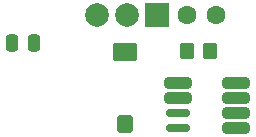
<source format=gbr>
%TF.GenerationSoftware,KiCad,Pcbnew,9.0.5*%
%TF.CreationDate,2026-01-12T11:34:36-06:00*%
%TF.ProjectId,Modulo LIFI,4d6f6475-6c6f-4204-9c49-46492e6b6963,rev?*%
%TF.SameCoordinates,Original*%
%TF.FileFunction,Soldermask,Top*%
%TF.FilePolarity,Negative*%
%FSLAX46Y46*%
G04 Gerber Fmt 4.6, Leading zero omitted, Abs format (unit mm)*
G04 Created by KiCad (PCBNEW 9.0.5) date 2026-01-12 11:34:36*
%MOMM*%
%LPD*%
G01*
G04 APERTURE LIST*
G04 Aperture macros list*
%AMRoundRect*
0 Rectangle with rounded corners*
0 $1 Rounding radius*
0 $2 $3 $4 $5 $6 $7 $8 $9 X,Y pos of 4 corners*
0 Add a 4 corners polygon primitive as box body*
4,1,4,$2,$3,$4,$5,$6,$7,$8,$9,$2,$3,0*
0 Add four circle primitives for the rounded corners*
1,1,$1+$1,$2,$3*
1,1,$1+$1,$4,$5*
1,1,$1+$1,$6,$7*
1,1,$1+$1,$8,$9*
0 Add four rect primitives between the rounded corners*
20,1,$1+$1,$2,$3,$4,$5,0*
20,1,$1+$1,$4,$5,$6,$7,0*
20,1,$1+$1,$6,$7,$8,$9,0*
20,1,$1+$1,$8,$9,$2,$3,0*%
G04 Aperture macros list end*
%ADD10RoundRect,0.187500X0.862500X-0.562500X0.862500X0.562500X-0.862500X0.562500X-0.862500X-0.562500X0*%
%ADD11RoundRect,0.162500X0.487500X-0.587500X0.487500X0.587500X-0.487500X0.587500X-0.487500X-0.587500X0*%
%ADD12RoundRect,0.175000X0.825000X-0.525000X0.825000X0.525000X-0.825000X0.525000X-0.825000X-0.525000X0*%
%ADD13RoundRect,0.150000X0.450000X-0.550000X0.450000X0.550000X-0.450000X0.550000X-0.450000X-0.550000X0*%
%ADD14R,2.000000X2.000000*%
%ADD15C,2.000000*%
%ADD16RoundRect,0.237500X-0.912500X-0.237500X0.912500X-0.237500X0.912500X0.237500X-0.912500X0.237500X0*%
%ADD17RoundRect,0.150000X-0.825000X-0.150000X0.825000X-0.150000X0.825000X0.150000X-0.825000X0.150000X0*%
%ADD18RoundRect,0.250000X-0.350000X-0.450000X0.350000X-0.450000X0.350000X0.450000X-0.350000X0.450000X0*%
%ADD19RoundRect,0.250000X0.250000X0.475000X-0.250000X0.475000X-0.250000X-0.475000X0.250000X-0.475000X0*%
%ADD20C,1.600000*%
G04 APERTURE END LIST*
D10*
%TO.C,D2*%
X13090000Y-7750000D03*
D11*
X13090000Y-13850000D03*
D12*
X13090000Y-7750000D03*
D13*
X13090000Y-13850000D03*
%TD*%
D14*
%TO.C,J2*%
X15740000Y-4600000D03*
D15*
X13200000Y-4600000D03*
X10660000Y-4600000D03*
%TD*%
D16*
%TO.C,U3*%
X17525000Y-10355000D03*
X17525000Y-11625000D03*
D17*
X17525000Y-12895000D03*
X17525000Y-14165000D03*
D16*
X22475000Y-14165000D03*
X22475000Y-12895000D03*
X22475000Y-11625000D03*
X22475000Y-10355000D03*
%TD*%
D18*
%TO.C,R4*%
X18300000Y-7650000D03*
X20300000Y-7650000D03*
%TD*%
D19*
%TO.C,C2*%
X5400000Y-7000000D03*
X3500000Y-7000000D03*
%TD*%
D20*
%TO.C,C1*%
X18300000Y-4600000D03*
X20800000Y-4600000D03*
%TD*%
M02*

</source>
